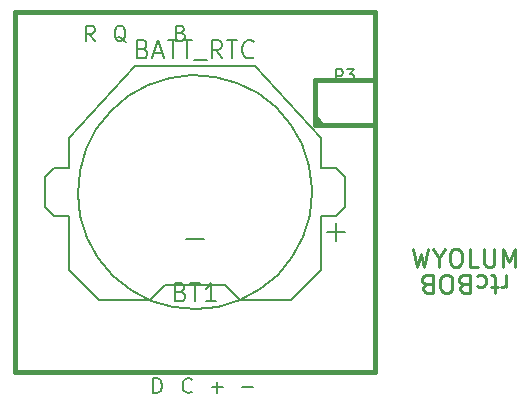
<source format=gto>
G04 (created by PCBNEW-RS274X (2010-05-05 BZR 2356)-stable) date 12/22/10 19:34:27*
G01*
G70*
G90*
%MOIN*%
G04 Gerber Fmt 3.4, Leading zero omitted, Abs format*
%FSLAX34Y34*%
G04 APERTURE LIST*
%ADD10C,0.005000*%
%ADD11C,0.015000*%
%ADD12C,0.010000*%
%ADD13C,0.008000*%
%ADD14C,0.007500*%
G04 APERTURE END LIST*
G54D10*
G54D11*
X10000Y-22000D02*
X10000Y-10000D01*
X22000Y-22000D02*
X10000Y-22000D01*
X22000Y-10000D02*
X22000Y-22000D01*
X10000Y-10000D02*
X22000Y-10000D01*
G54D12*
X23271Y-17893D02*
X23414Y-18493D01*
X23528Y-18064D01*
X23642Y-18493D01*
X23785Y-17893D01*
X24128Y-18207D02*
X24128Y-18493D01*
X23928Y-17893D02*
X24128Y-18207D01*
X24328Y-17893D01*
X24642Y-17893D02*
X24756Y-17893D01*
X24814Y-17921D01*
X24871Y-17979D01*
X24899Y-18093D01*
X24899Y-18293D01*
X24871Y-18407D01*
X24814Y-18464D01*
X24756Y-18493D01*
X24642Y-18493D01*
X24585Y-18464D01*
X24528Y-18407D01*
X24499Y-18293D01*
X24499Y-18093D01*
X24528Y-17979D01*
X24585Y-17921D01*
X24642Y-17893D01*
X25443Y-18493D02*
X25157Y-18493D01*
X25157Y-17893D01*
X25643Y-17893D02*
X25643Y-18379D01*
X25671Y-18436D01*
X25700Y-18464D01*
X25757Y-18493D01*
X25871Y-18493D01*
X25929Y-18464D01*
X25957Y-18436D01*
X25986Y-18379D01*
X25986Y-17893D01*
X26272Y-18493D02*
X26272Y-17893D01*
X26472Y-18321D01*
X26672Y-17893D01*
X26672Y-18493D01*
X26385Y-18757D02*
X26385Y-19157D01*
X26385Y-19043D02*
X26357Y-19100D01*
X26328Y-19129D01*
X26271Y-19157D01*
X26214Y-19157D01*
X26100Y-19157D02*
X25871Y-19157D01*
X26014Y-19357D02*
X26014Y-18843D01*
X25986Y-18786D01*
X25928Y-18757D01*
X25871Y-18757D01*
X25414Y-18786D02*
X25471Y-18757D01*
X25585Y-18757D01*
X25643Y-18786D01*
X25671Y-18814D01*
X25700Y-18871D01*
X25700Y-19043D01*
X25671Y-19100D01*
X25643Y-19129D01*
X25585Y-19157D01*
X25471Y-19157D01*
X25414Y-19129D01*
X24957Y-19071D02*
X24871Y-19043D01*
X24843Y-19014D01*
X24814Y-18957D01*
X24814Y-18871D01*
X24843Y-18814D01*
X24871Y-18786D01*
X24929Y-18757D01*
X25157Y-18757D01*
X25157Y-19357D01*
X24957Y-19357D01*
X24900Y-19329D01*
X24871Y-19300D01*
X24843Y-19243D01*
X24843Y-19186D01*
X24871Y-19129D01*
X24900Y-19100D01*
X24957Y-19071D01*
X25157Y-19071D01*
X24443Y-19357D02*
X24329Y-19357D01*
X24271Y-19329D01*
X24214Y-19271D01*
X24186Y-19157D01*
X24186Y-18957D01*
X24214Y-18843D01*
X24271Y-18786D01*
X24329Y-18757D01*
X24443Y-18757D01*
X24500Y-18786D01*
X24557Y-18843D01*
X24586Y-18957D01*
X24586Y-19157D01*
X24557Y-19271D01*
X24500Y-19329D01*
X24443Y-19357D01*
X23728Y-19071D02*
X23642Y-19043D01*
X23614Y-19014D01*
X23585Y-18957D01*
X23585Y-18871D01*
X23614Y-18814D01*
X23642Y-18786D01*
X23700Y-18757D01*
X23928Y-18757D01*
X23928Y-19357D01*
X23728Y-19357D01*
X23671Y-19329D01*
X23642Y-19300D01*
X23614Y-19243D01*
X23614Y-19186D01*
X23642Y-19129D01*
X23671Y-19100D01*
X23728Y-19071D01*
X23928Y-19071D01*
G54D13*
X15536Y-10690D02*
X15607Y-10714D01*
X15631Y-10738D01*
X15655Y-10786D01*
X15655Y-10857D01*
X15631Y-10905D01*
X15607Y-10929D01*
X15560Y-10952D01*
X15369Y-10952D01*
X15369Y-10452D01*
X15536Y-10452D01*
X15583Y-10476D01*
X15607Y-10500D01*
X15631Y-10548D01*
X15631Y-10595D01*
X15607Y-10643D01*
X15583Y-10667D01*
X15536Y-10690D01*
X15369Y-10690D01*
X13690Y-11000D02*
X13643Y-10976D01*
X13595Y-10929D01*
X13524Y-10857D01*
X13476Y-10833D01*
X13428Y-10833D01*
X13452Y-10952D02*
X13405Y-10929D01*
X13357Y-10881D01*
X13333Y-10786D01*
X13333Y-10619D01*
X13357Y-10524D01*
X13405Y-10476D01*
X13452Y-10452D01*
X13548Y-10452D01*
X13595Y-10476D01*
X13643Y-10524D01*
X13667Y-10619D01*
X13667Y-10786D01*
X13643Y-10881D01*
X13595Y-10929D01*
X13548Y-10952D01*
X13452Y-10952D01*
X12655Y-10952D02*
X12488Y-10714D01*
X12369Y-10952D02*
X12369Y-10452D01*
X12560Y-10452D01*
X12607Y-10476D01*
X12631Y-10500D01*
X12655Y-10548D01*
X12655Y-10619D01*
X12631Y-10667D01*
X12607Y-10690D01*
X12560Y-10714D01*
X12369Y-10714D01*
X17560Y-22512D02*
X17941Y-22512D01*
X16560Y-22512D02*
X16941Y-22512D01*
X16751Y-22702D02*
X16751Y-22321D01*
X15905Y-22655D02*
X15881Y-22679D01*
X15810Y-22702D01*
X15762Y-22702D01*
X15690Y-22679D01*
X15643Y-22631D01*
X15619Y-22583D01*
X15595Y-22488D01*
X15595Y-22417D01*
X15619Y-22321D01*
X15643Y-22274D01*
X15690Y-22226D01*
X15762Y-22202D01*
X15810Y-22202D01*
X15881Y-22226D01*
X15905Y-22250D01*
X14619Y-22702D02*
X14619Y-22202D01*
X14738Y-22202D01*
X14810Y-22226D01*
X14857Y-22274D01*
X14881Y-22321D01*
X14905Y-22417D01*
X14905Y-22488D01*
X14881Y-22583D01*
X14857Y-22631D01*
X14810Y-22679D01*
X14738Y-22702D01*
X14619Y-22702D01*
G54D14*
X11800Y-16800D02*
X11300Y-16800D01*
X11300Y-16800D02*
X11000Y-16500D01*
X11000Y-16500D02*
X11000Y-15500D01*
X11000Y-15500D02*
X11300Y-15200D01*
X11300Y-15200D02*
X11800Y-15200D01*
X20200Y-15200D02*
X20700Y-15200D01*
X20700Y-15200D02*
X21000Y-15500D01*
X21000Y-15500D02*
X21000Y-16500D01*
X21000Y-16500D02*
X20700Y-16800D01*
X20700Y-16800D02*
X20200Y-16800D01*
X11800Y-16900D02*
X11800Y-16800D01*
X11800Y-15200D02*
X11800Y-15100D01*
X20200Y-15100D02*
X20200Y-15200D01*
X20200Y-16800D02*
X20200Y-16900D01*
X16000Y-19100D02*
X15000Y-19100D01*
X15000Y-19100D02*
X14500Y-19600D01*
X14500Y-19600D02*
X12800Y-19600D01*
X12800Y-19600D02*
X11800Y-18600D01*
X11800Y-18600D02*
X11800Y-16900D01*
X19200Y-19600D02*
X17500Y-19600D01*
X20200Y-18600D02*
X20200Y-16900D01*
X19200Y-19600D02*
X20200Y-18600D01*
X16000Y-19100D02*
X17000Y-19100D01*
X17000Y-19100D02*
X17500Y-19600D01*
X11800Y-14200D02*
X14000Y-11800D01*
X11800Y-14200D02*
X11800Y-15100D01*
X18000Y-11800D02*
X20200Y-14200D01*
X20200Y-14200D02*
X20200Y-15100D01*
X16000Y-11800D02*
X14000Y-11800D01*
X16000Y-11800D02*
X18000Y-11800D01*
X19905Y-16000D02*
X19830Y-16758D01*
X19610Y-17488D01*
X19252Y-18160D01*
X18770Y-18751D01*
X18183Y-19237D01*
X17513Y-19599D01*
X16785Y-19825D01*
X16027Y-19904D01*
X15269Y-19835D01*
X14538Y-19620D01*
X13862Y-19267D01*
X13268Y-18790D01*
X12778Y-18206D01*
X12411Y-17538D01*
X12181Y-16811D01*
X12096Y-16054D01*
X12160Y-15296D01*
X12370Y-14563D01*
X12718Y-13885D01*
X13191Y-13288D01*
X13772Y-12794D01*
X14437Y-12422D01*
X15162Y-12187D01*
X15919Y-12096D01*
X16678Y-12155D01*
X17412Y-12360D01*
X18092Y-12703D01*
X18692Y-13173D01*
X19190Y-13750D01*
X19567Y-14412D01*
X19807Y-15135D01*
X19903Y-15891D01*
X19905Y-16000D01*
G54D11*
X20000Y-13500D02*
X20250Y-13750D01*
X22000Y-12250D02*
X22000Y-13750D01*
X20000Y-12250D02*
X20000Y-13750D01*
X22000Y-13750D02*
X20000Y-13750D01*
X20000Y-12250D02*
X22000Y-12250D01*
G54D13*
X15529Y-19329D02*
X15615Y-19357D01*
X15643Y-19386D01*
X15672Y-19443D01*
X15672Y-19529D01*
X15643Y-19586D01*
X15615Y-19614D01*
X15557Y-19643D01*
X15329Y-19643D01*
X15329Y-19043D01*
X15529Y-19043D01*
X15586Y-19071D01*
X15615Y-19100D01*
X15643Y-19157D01*
X15643Y-19214D01*
X15615Y-19271D01*
X15586Y-19300D01*
X15529Y-19329D01*
X15329Y-19329D01*
X15843Y-19043D02*
X16186Y-19043D01*
X16015Y-19643D02*
X16015Y-19043D01*
X16700Y-19643D02*
X16357Y-19643D01*
X16529Y-19643D02*
X16529Y-19043D01*
X16472Y-19129D01*
X16414Y-19186D01*
X16357Y-19214D01*
X14272Y-11229D02*
X14358Y-11257D01*
X14386Y-11286D01*
X14415Y-11343D01*
X14415Y-11429D01*
X14386Y-11486D01*
X14358Y-11514D01*
X14300Y-11543D01*
X14072Y-11543D01*
X14072Y-10943D01*
X14272Y-10943D01*
X14329Y-10971D01*
X14358Y-11000D01*
X14386Y-11057D01*
X14386Y-11114D01*
X14358Y-11171D01*
X14329Y-11200D01*
X14272Y-11229D01*
X14072Y-11229D01*
X14643Y-11371D02*
X14929Y-11371D01*
X14586Y-11543D02*
X14786Y-10943D01*
X14986Y-11543D01*
X15100Y-10943D02*
X15443Y-10943D01*
X15272Y-11543D02*
X15272Y-10943D01*
X15557Y-10943D02*
X15900Y-10943D01*
X15729Y-11543D02*
X15729Y-10943D01*
X15957Y-11600D02*
X16414Y-11600D01*
X16900Y-11543D02*
X16700Y-11257D01*
X16557Y-11543D02*
X16557Y-10943D01*
X16785Y-10943D01*
X16843Y-10971D01*
X16871Y-11000D01*
X16900Y-11057D01*
X16900Y-11143D01*
X16871Y-11200D01*
X16843Y-11229D01*
X16785Y-11257D01*
X16557Y-11257D01*
X17071Y-10943D02*
X17414Y-10943D01*
X17243Y-11543D02*
X17243Y-10943D01*
X17957Y-11486D02*
X17928Y-11514D01*
X17842Y-11543D01*
X17785Y-11543D01*
X17700Y-11514D01*
X17642Y-11457D01*
X17614Y-11400D01*
X17585Y-11286D01*
X17585Y-11200D01*
X17614Y-11086D01*
X17642Y-11029D01*
X17700Y-10971D01*
X17785Y-10943D01*
X17842Y-10943D01*
X17928Y-10971D01*
X17957Y-11000D01*
X15695Y-17569D02*
X16305Y-17569D01*
X20395Y-17319D02*
X21005Y-17319D01*
X20700Y-17624D02*
X20700Y-17014D01*
X20705Y-12312D02*
X20705Y-11912D01*
X20858Y-11912D01*
X20896Y-11931D01*
X20915Y-11950D01*
X20934Y-11988D01*
X20934Y-12045D01*
X20915Y-12083D01*
X20896Y-12102D01*
X20858Y-12121D01*
X20705Y-12121D01*
X21067Y-11912D02*
X21315Y-11912D01*
X21181Y-12064D01*
X21239Y-12064D01*
X21277Y-12083D01*
X21296Y-12102D01*
X21315Y-12140D01*
X21315Y-12236D01*
X21296Y-12274D01*
X21277Y-12293D01*
X21239Y-12312D01*
X21124Y-12312D01*
X21086Y-12293D01*
X21067Y-12274D01*
M02*

</source>
